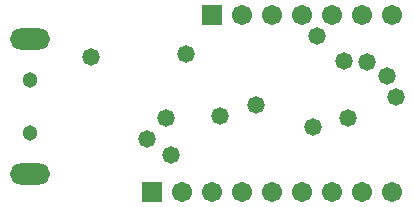
<source format=gbs>
G04*
G04 #@! TF.GenerationSoftware,Altium Limited,Altium Designer,21.6.1 (37)*
G04*
G04 Layer_Color=16711935*
%FSLAX44Y44*%
%MOMM*%
G71*
G04*
G04 #@! TF.SameCoordinates,C135475F-75A8-4638-86A0-0441CF34CE4C*
G04*
G04*
G04 #@! TF.FilePolarity,Negative*
G04*
G01*
G75*
%ADD26C,1.3032*%
%ADD27O,3.4032X1.8032*%
%ADD28R,1.7032X1.7032*%
%ADD29C,1.7032*%
%ADD30C,1.4732*%
D26*
X270000Y365000D02*
D03*
Y320000D02*
D03*
D27*
Y399500D02*
D03*
Y285500D02*
D03*
D28*
X373000Y270000D02*
D03*
X423800Y420000D02*
D03*
D29*
Y270000D02*
D03*
X449200D02*
D03*
X474600D02*
D03*
X500000D02*
D03*
X525400D02*
D03*
X550800D02*
D03*
X576200D02*
D03*
X398400D02*
D03*
X576200Y420000D02*
D03*
X550800D02*
D03*
X525400D02*
D03*
X500000D02*
D03*
X449200D02*
D03*
X474600D02*
D03*
D30*
X385476Y332476D02*
D03*
X539000Y333000D02*
D03*
X509502Y325103D02*
D03*
X369000Y315000D02*
D03*
X401756Y386805D02*
D03*
X536000Y381000D02*
D03*
X389000Y301000D02*
D03*
X513000Y402000D02*
D03*
X322000Y384000D02*
D03*
X431000Y334095D02*
D03*
X461777Y343777D02*
D03*
X579680Y350160D02*
D03*
X555472Y379840D02*
D03*
X572278Y367909D02*
D03*
M02*

</source>
